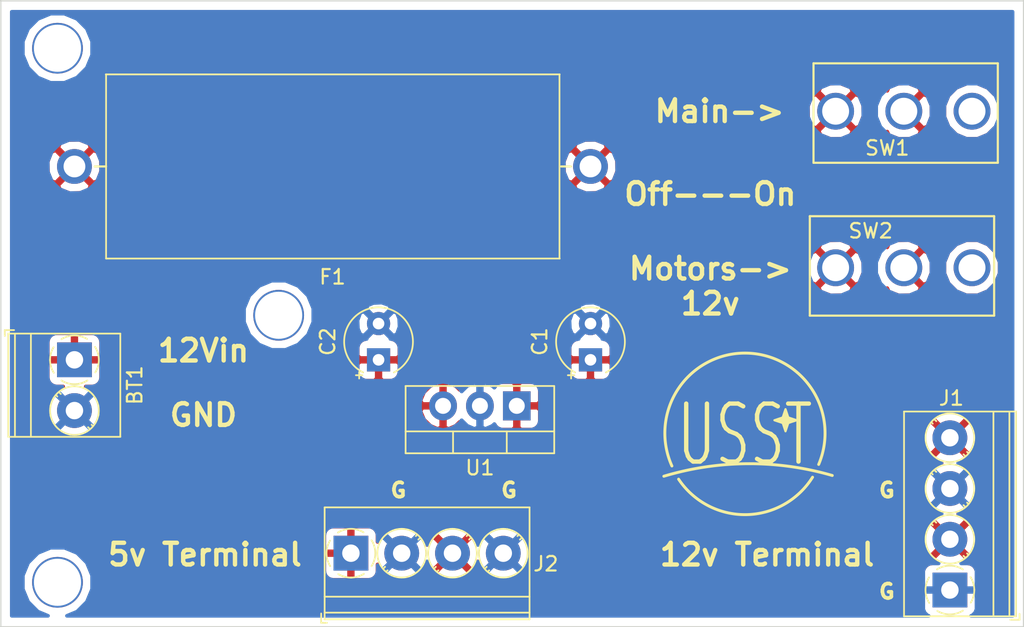
<source format=kicad_pcb>
(kicad_pcb (version 20171130) (host pcbnew "(5.0.0)")

  (general
    (thickness 1.6)
    (drawings 21)
    (tracks 3)
    (zones 0)
    (modules 9)
    (nets 7)
  )

  (page A4)
  (layers
    (0 F.Cu signal hide)
    (31 B.Cu signal)
    (32 B.Adhes user hide)
    (33 F.Adhes user hide)
    (34 B.Paste user hide)
    (35 F.Paste user hide)
    (36 B.SilkS user hide)
    (37 F.SilkS user)
    (38 B.Mask user hide)
    (39 F.Mask user hide)
    (40 Dwgs.User user hide)
    (41 Cmts.User user hide)
    (42 Eco1.User user hide)
    (43 Eco2.User user hide)
    (44 Edge.Cuts user)
    (45 Margin user hide)
    (46 B.CrtYd user hide)
    (47 F.CrtYd user hide)
    (48 B.Fab user hide)
    (49 F.Fab user hide)
  )

  (setup
    (last_trace_width 0.25)
    (trace_clearance 0.2)
    (zone_clearance 0.508)
    (zone_45_only no)
    (trace_min 0.2)
    (segment_width 0.2)
    (edge_width 0.1)
    (via_size 0.8)
    (via_drill 0.4)
    (via_min_size 0.4)
    (via_min_drill 0.3)
    (uvia_size 0.3)
    (uvia_drill 0.1)
    (uvias_allowed no)
    (uvia_min_size 0.2)
    (uvia_min_drill 0.1)
    (pcb_text_width 0.3)
    (pcb_text_size 1.5 1.5)
    (mod_edge_width 0.15)
    (mod_text_size 1 1)
    (mod_text_width 0.15)
    (pad_size 1.5 1.5)
    (pad_drill 0.6)
    (pad_to_mask_clearance 0)
    (aux_axis_origin 0 0)
    (grid_origin 124.5616 118.2116)
    (visible_elements 7FFFFFFF)
    (pcbplotparams
      (layerselection 0x010fc_ffffffff)
      (usegerberextensions false)
      (usegerberattributes false)
      (usegerberadvancedattributes false)
      (creategerberjobfile false)
      (excludeedgelayer true)
      (linewidth 0.100000)
      (plotframeref false)
      (viasonmask false)
      (mode 1)
      (useauxorigin false)
      (hpglpennumber 1)
      (hpglpenspeed 20)
      (hpglpendiameter 15.000000)
      (psnegative false)
      (psa4output false)
      (plotreference true)
      (plotvalue true)
      (plotinvisibletext false)
      (padsonsilk false)
      (subtractmaskfromsilk false)
      (outputformat 1)
      (mirror false)
      (drillshape 0)
      (scaleselection 1)
      (outputdirectory "GERBERS/"))
  )

  (net 0 "")
  (net 1 /12v)
  (net 2 GND)
  (net 3 "Net-(C1-Pad1)")
  (net 4 /5v)
  (net 5 "Net-(F1-Pad2)")
  (net 6 "Net-(J1-Pad2)")

  (net_class Default "This is the default net class."
    (clearance 0.2)
    (trace_width 0.25)
    (via_dia 0.8)
    (via_drill 0.4)
    (uvia_dia 0.3)
    (uvia_drill 0.1)
    (add_net /12v)
    (add_net /5v)
    (add_net GND)
    (add_net "Net-(C1-Pad1)")
    (add_net "Net-(F1-Pad2)")
    (add_net "Net-(J1-Pad2)")
  )

  (module TerminalBlock_Phoenix:TerminalBlock_Phoenix_PT-1,5-2-3.5-H_1x02_P3.50mm_Horizontal (layer F.Cu) (tedit 5B294F3F) (tstamp 5BF0D411)
    (at 53.594 56.261 270)
    (descr "Terminal Block Phoenix PT-1,5-2-3.5-H, 2 pins, pitch 3.5mm, size 7x7.6mm^2, drill diamater 1.2mm, pad diameter 2.4mm, see , script-generated using https://github.com/pointhi/kicad-footprint-generator/scripts/TerminalBlock_Phoenix")
    (tags "THT Terminal Block Phoenix PT-1,5-2-3.5-H pitch 3.5mm size 7x7.6mm^2 drill 1.2mm pad 2.4mm")
    (path /5BC24D4B)
    (fp_text reference BT1 (at 1.75 -4.16 270) (layer F.SilkS)
      (effects (font (size 1 1) (thickness 0.15)))
    )
    (fp_text value Battery (at 1.75 5.56 270) (layer F.Fab)
      (effects (font (size 1 1) (thickness 0.15)))
    )
    (fp_text user %R (at 1.75 2.4 270) (layer F.Fab)
      (effects (font (size 1 1) (thickness 0.15)))
    )
    (fp_line (start 5.75 -3.6) (end -2.25 -3.6) (layer F.CrtYd) (width 0.05))
    (fp_line (start 5.75 5) (end 5.75 -3.6) (layer F.CrtYd) (width 0.05))
    (fp_line (start -2.25 5) (end 5.75 5) (layer F.CrtYd) (width 0.05))
    (fp_line (start -2.25 -3.6) (end -2.25 5) (layer F.CrtYd) (width 0.05))
    (fp_line (start -2.05 4.8) (end -1.65 4.8) (layer F.SilkS) (width 0.12))
    (fp_line (start -2.05 4.16) (end -2.05 4.8) (layer F.SilkS) (width 0.12))
    (fp_line (start 2.355 0.941) (end 2.226 1.069) (layer F.SilkS) (width 0.12))
    (fp_line (start 4.57 -1.275) (end 4.476 -1.181) (layer F.SilkS) (width 0.12))
    (fp_line (start 2.525 1.181) (end 2.431 1.274) (layer F.SilkS) (width 0.12))
    (fp_line (start 4.775 -1.069) (end 4.646 -0.941) (layer F.SilkS) (width 0.12))
    (fp_line (start 4.455 -1.138) (end 2.363 0.955) (layer F.Fab) (width 0.1))
    (fp_line (start 4.638 -0.955) (end 2.546 1.138) (layer F.Fab) (width 0.1))
    (fp_line (start 0.955 -1.138) (end -1.138 0.955) (layer F.Fab) (width 0.1))
    (fp_line (start 1.138 -0.955) (end -0.955 1.138) (layer F.Fab) (width 0.1))
    (fp_line (start 5.31 -3.16) (end 5.31 4.56) (layer F.SilkS) (width 0.12))
    (fp_line (start -1.81 -3.16) (end -1.81 4.56) (layer F.SilkS) (width 0.12))
    (fp_line (start -1.81 4.56) (end 5.31 4.56) (layer F.SilkS) (width 0.12))
    (fp_line (start -1.81 -3.16) (end 5.31 -3.16) (layer F.SilkS) (width 0.12))
    (fp_line (start -1.81 3) (end 5.31 3) (layer F.SilkS) (width 0.12))
    (fp_line (start -1.75 3) (end 5.25 3) (layer F.Fab) (width 0.1))
    (fp_line (start -1.81 4.1) (end 5.31 4.1) (layer F.SilkS) (width 0.12))
    (fp_line (start -1.75 4.1) (end 5.25 4.1) (layer F.Fab) (width 0.1))
    (fp_line (start -1.75 4.1) (end -1.75 -3.1) (layer F.Fab) (width 0.1))
    (fp_line (start -1.35 4.5) (end -1.75 4.1) (layer F.Fab) (width 0.1))
    (fp_line (start 5.25 4.5) (end -1.35 4.5) (layer F.Fab) (width 0.1))
    (fp_line (start 5.25 -3.1) (end 5.25 4.5) (layer F.Fab) (width 0.1))
    (fp_line (start -1.75 -3.1) (end 5.25 -3.1) (layer F.Fab) (width 0.1))
    (fp_circle (center 3.5 0) (end 5.18 0) (layer F.SilkS) (width 0.12))
    (fp_circle (center 3.5 0) (end 5 0) (layer F.Fab) (width 0.1))
    (fp_circle (center 0 0) (end 1.5 0) (layer F.Fab) (width 0.1))
    (fp_arc (start 0 0) (end -0.866 1.44) (angle -32) (layer F.SilkS) (width 0.12))
    (fp_arc (start 0 0) (end -1.44 -0.866) (angle -63) (layer F.SilkS) (width 0.12))
    (fp_arc (start 0 0) (end 0.866 -1.44) (angle -63) (layer F.SilkS) (width 0.12))
    (fp_arc (start 0 0) (end 1.425 0.891) (angle -64) (layer F.SilkS) (width 0.12))
    (fp_arc (start 0 0) (end 0 1.68) (angle -32) (layer F.SilkS) (width 0.12))
    (pad 2 thru_hole circle (at 3.5 0 270) (size 2.4 2.4) (drill 1.2) (layers *.Cu *.Mask)
      (net 2 GND))
    (pad 1 thru_hole rect (at 0 0 270) (size 2.4 2.4) (drill 1.2) (layers *.Cu *.Mask)
      (net 1 /12v))
    (model ${KISYS3DMOD}/TerminalBlock_Phoenix.3dshapes/TerminalBlock_Phoenix_PT-1,5-2-3.5-H_1x02_P3.50mm_Horizontal.wrl
      (at (xyz 0 0 0))
      (scale (xyz 1 1 1))
      (rotate (xyz 0 0 0))
    )
  )

  (module Capacitor_THT:CP_Radial_Tantal_D4.5mm_P2.50mm (layer F.Cu) (tedit 5AE50EF0) (tstamp 5BF0D4A3)
    (at 74.549 56.261 90)
    (descr "CP, Radial_Tantal series, Radial, pin pitch=2.50mm, , diameter=4.5mm, Tantal Electrolytic Capacitor, http://cdn-reichelt.de/documents/datenblatt/B300/TANTAL-TB-Serie%23.pdf")
    (tags "CP Radial_Tantal series Radial pin pitch 2.50mm  diameter 4.5mm Tantal Electrolytic Capacitor")
    (path /5BC25867)
    (fp_text reference C2 (at 1.25 -3.5 90) (layer F.SilkS)
      (effects (font (size 1 1) (thickness 0.15)))
    )
    (fp_text value "u 0.1F" (at 1.25 3.5 90) (layer F.Fab)
      (effects (font (size 1 1) (thickness 0.15)))
    )
    (fp_text user %R (at 1.25 0 90) (layer F.Fab)
      (effects (font (size 0.9 0.9) (thickness 0.135)))
    )
    (fp_line (start -1.062288 -1.56) (end -1.062288 -1.11) (layer F.SilkS) (width 0.12))
    (fp_line (start -1.287288 -1.335) (end -0.837288 -1.335) (layer F.SilkS) (width 0.12))
    (fp_line (start -0.44308 -1.2025) (end -0.44308 -0.7525) (layer F.Fab) (width 0.1))
    (fp_line (start -0.66808 -0.9775) (end -0.21808 -0.9775) (layer F.Fab) (width 0.1))
    (fp_circle (center 1.25 0) (end 3.78 0) (layer F.CrtYd) (width 0.05))
    (fp_circle (center 1.25 0) (end 3.5 0) (layer F.Fab) (width 0.1))
    (fp_arc (start 1.25 0) (end -0.869741 -1.06) (angle 306.864288) (layer F.SilkS) (width 0.12))
    (pad 2 thru_hole circle (at 2.5 0 90) (size 1.6 1.6) (drill 0.8) (layers *.Cu *.Mask)
      (net 2 GND))
    (pad 1 thru_hole rect (at 0 0 90) (size 1.6 1.6) (drill 0.8) (layers *.Cu *.Mask)
      (net 4 /5v))
    (model ${KISYS3DMOD}/Capacitor_THT.3dshapes/CP_Radial_Tantal_D4.5mm_P2.50mm.wrl
      (at (xyz 0 0 0))
      (scale (xyz 1 1 1))
      (rotate (xyz 0 0 0))
    )
  )

  (module "Mini-Rover-Power Distribution:LittleFuseHolder-03540101ZXGY-" (layer F.Cu) (tedit 5BD89D34) (tstamp 5BF0D4C6)
    (at 53.594 42.926)
    (descr "SunFuse Ceramic Slow Blow Fuse 6H_6HP.PDF")
    (tags "UL/CSA 6x32mm Ceramic Slow Blow Fuse")
    (path /5BC2551D)
    (fp_text reference F1 (at 17.78 7.62) (layer F.SilkS)
      (effects (font (size 1 1) (thickness 0.15)))
    )
    (fp_text value "6.3 A" (at 19.05 -5.08) (layer F.Fab)
      (effects (font (size 1 1) (thickness 0.15)))
    )
    (fp_line (start 2.18 6.35) (end 33.44 6.35) (layer F.SilkS) (width 0.12))
    (fp_line (start 33.423 6.35) (end 33.423 -6.35) (layer F.SilkS) (width 0.12))
    (fp_line (start 2.18 -6.35) (end 2.18 6.35) (layer F.SilkS) (width 0.12))
    (fp_line (start 2.159 -6.35) (end 33.44 -6.35) (layer F.SilkS) (width 0.12))
    (fp_line (start -1.5 6.5) (end 38.5 6.5) (layer F.CrtYd) (width 0.05))
    (fp_line (start 38.5 6.5) (end 38.5 -6.5) (layer F.CrtYd) (width 0.05))
    (fp_line (start -1.5 -6.5) (end -1.5 6.5) (layer F.CrtYd) (width 0.05))
    (fp_line (start -1.5 -6.5) (end 38.5 -6.5) (layer F.CrtYd) (width 0.05))
    (fp_line (start 2.25 -3.375) (end 2.25 3.375) (layer F.Fab) (width 0.1))
    (fp_line (start 2.25 -3.429) (end 7 -3.429) (layer F.Fab) (width 0.1))
    (fp_line (start 9.365 3.05) (end 9.365 -3.05) (layer F.Fab) (width 0.1))
    (fp_line (start 2.25 3.375) (end 7 3.375) (layer F.Fab) (width 0.1))
    (fp_text user %R (at 17.78 5.08) (layer F.Fab)
      (effects (font (size 1 1) (thickness 0.15)))
    )
    (fp_line (start 33.353 -3.375) (end 33.353 3.375) (layer F.Fab) (width 0.1))
    (fp_line (start 28.651 -3.375) (end 33.401 -3.375) (layer F.Fab) (width 0.1))
    (fp_line (start 28.651 3.37) (end 33.401 3.375) (layer F.Fab) (width 0.1))
    (fp_line (start 6.35 -3.429) (end 6.35 3.321) (layer F.Fab) (width 0.1))
    (fp_line (start 29.365 -3.375) (end 29.365 3.375) (layer F.Fab) (width 0.1))
    (fp_line (start 26.365 3.05) (end 26.365 -3.05) (layer F.Fab) (width 0.1))
    (fp_line (start 6.365 -3.05) (end 9.365 -3.05) (layer F.Fab) (width 0.1))
    (fp_line (start 6.365 3.05) (end 9.365 3.05) (layer F.Fab) (width 0.1))
    (fp_line (start 26.365 -3.05) (end 29.365 -3.05) (layer F.Fab) (width 0.1))
    (fp_line (start 26.365 3.05) (end 29.365 3.05) (layer F.Fab) (width 0.1))
    (fp_line (start 9.365 -2.5) (end 26.365 -2.5) (layer F.Fab) (width 0.1))
    (fp_line (start 9.365 2.5) (end 26.365 2.5) (layer F.Fab) (width 0.1))
    (fp_line (start 1.4 0) (end 2.18 0) (layer F.SilkS) (width 0.15))
    (fp_line (start 33.528 0) (end 34.208 0) (layer F.SilkS) (width 0.15))
    (fp_line (start 33.528 0) (end 35.778 0) (layer F.Fab) (width 0.1))
    (fp_line (start 0 0) (end 2.25 0) (layer F.Fab) (width 0.1))
    (pad 2 thru_hole circle (at 35.56 0) (size 2.4 2.4) (drill 1.5) (layers *.Cu *.Mask)
      (net 5 "Net-(F1-Pad2)"))
    (pad 1 thru_hole circle (at 0 0) (size 2.4 2.4) (drill 1.5) (layers *.Cu *.Mask)
      (net 1 /12v))
    (model ${KISYS3DMOD}/Fuse.3dshapes/Fuse_SunFuse-6HP.wrl
      (at (xyz 0 0 0))
      (scale (xyz 1 1 1))
      (rotate (xyz 0 0 0))
    )
  )

  (module TerminalBlock_Phoenix:TerminalBlock_Phoenix_PT-1,5-4-3.5-H_1x04_P3.50mm_Horizontal (layer F.Cu) (tedit 5B294F40) (tstamp 5BF0D502)
    (at 113.919 72.136 90)
    (descr "Terminal Block Phoenix PT-1,5-4-3.5-H, 4 pins, pitch 3.5mm, size 14x7.6mm^2, drill diamater 1.2mm, pad diameter 2.4mm, see , script-generated using https://github.com/pointhi/kicad-footprint-generator/scripts/TerminalBlock_Phoenix")
    (tags "THT Terminal Block Phoenix PT-1,5-4-3.5-H pitch 3.5mm size 14x7.6mm^2 drill 1.2mm pad 2.4mm")
    (path /5BD75EB6)
    (fp_text reference J1 (at 13.2334 0.1016 180) (layer F.SilkS)
      (effects (font (size 1 1) (thickness 0.15)))
    )
    (fp_text value Screw_Terminal_01x04 (at 5.25 5.56 90) (layer F.Fab)
      (effects (font (size 1 1) (thickness 0.15)))
    )
    (fp_arc (start 0 0) (end 0 1.68) (angle -32) (layer F.SilkS) (width 0.12))
    (fp_arc (start 0 0) (end 1.425 0.891) (angle -64) (layer F.SilkS) (width 0.12))
    (fp_arc (start 0 0) (end 0.866 -1.44) (angle -63) (layer F.SilkS) (width 0.12))
    (fp_arc (start 0 0) (end -1.44 -0.866) (angle -63) (layer F.SilkS) (width 0.12))
    (fp_arc (start 0 0) (end -0.866 1.44) (angle -32) (layer F.SilkS) (width 0.12))
    (fp_circle (center 0 0) (end 1.5 0) (layer F.Fab) (width 0.1))
    (fp_circle (center 3.5 0) (end 5 0) (layer F.Fab) (width 0.1))
    (fp_circle (center 3.5 0) (end 5.18 0) (layer F.SilkS) (width 0.12))
    (fp_circle (center 7 0) (end 8.5 0) (layer F.Fab) (width 0.1))
    (fp_circle (center 7 0) (end 8.68 0) (layer F.SilkS) (width 0.12))
    (fp_circle (center 10.5 0) (end 12 0) (layer F.Fab) (width 0.1))
    (fp_circle (center 10.5 0) (end 12.18 0) (layer F.SilkS) (width 0.12))
    (fp_line (start -1.75 -3.1) (end 12.25 -3.1) (layer F.Fab) (width 0.1))
    (fp_line (start 12.25 -3.1) (end 12.25 4.5) (layer F.Fab) (width 0.1))
    (fp_line (start 12.25 4.5) (end -1.35 4.5) (layer F.Fab) (width 0.1))
    (fp_line (start -1.35 4.5) (end -1.75 4.1) (layer F.Fab) (width 0.1))
    (fp_line (start -1.75 4.1) (end -1.75 -3.1) (layer F.Fab) (width 0.1))
    (fp_line (start -1.75 4.1) (end 12.25 4.1) (layer F.Fab) (width 0.1))
    (fp_line (start -1.81 4.1) (end 12.31 4.1) (layer F.SilkS) (width 0.12))
    (fp_line (start -1.75 3) (end 12.25 3) (layer F.Fab) (width 0.1))
    (fp_line (start -1.81 3) (end 12.31 3) (layer F.SilkS) (width 0.12))
    (fp_line (start -1.81 -3.16) (end 12.31 -3.16) (layer F.SilkS) (width 0.12))
    (fp_line (start -1.81 4.56) (end 12.31 4.56) (layer F.SilkS) (width 0.12))
    (fp_line (start -1.81 -3.16) (end -1.81 4.56) (layer F.SilkS) (width 0.12))
    (fp_line (start 12.31 -3.16) (end 12.31 4.56) (layer F.SilkS) (width 0.12))
    (fp_line (start 1.138 -0.955) (end -0.955 1.138) (layer F.Fab) (width 0.1))
    (fp_line (start 0.955 -1.138) (end -1.138 0.955) (layer F.Fab) (width 0.1))
    (fp_line (start 4.638 -0.955) (end 2.546 1.138) (layer F.Fab) (width 0.1))
    (fp_line (start 4.455 -1.138) (end 2.363 0.955) (layer F.Fab) (width 0.1))
    (fp_line (start 4.775 -1.069) (end 4.646 -0.941) (layer F.SilkS) (width 0.12))
    (fp_line (start 2.525 1.181) (end 2.431 1.274) (layer F.SilkS) (width 0.12))
    (fp_line (start 4.57 -1.275) (end 4.476 -1.181) (layer F.SilkS) (width 0.12))
    (fp_line (start 2.355 0.941) (end 2.226 1.069) (layer F.SilkS) (width 0.12))
    (fp_line (start 8.138 -0.955) (end 6.046 1.138) (layer F.Fab) (width 0.1))
    (fp_line (start 7.955 -1.138) (end 5.863 0.955) (layer F.Fab) (width 0.1))
    (fp_line (start 8.275 -1.069) (end 8.146 -0.941) (layer F.SilkS) (width 0.12))
    (fp_line (start 6.025 1.181) (end 5.931 1.274) (layer F.SilkS) (width 0.12))
    (fp_line (start 8.07 -1.275) (end 7.976 -1.181) (layer F.SilkS) (width 0.12))
    (fp_line (start 5.855 0.941) (end 5.726 1.069) (layer F.SilkS) (width 0.12))
    (fp_line (start 11.638 -0.955) (end 9.546 1.138) (layer F.Fab) (width 0.1))
    (fp_line (start 11.455 -1.138) (end 9.363 0.955) (layer F.Fab) (width 0.1))
    (fp_line (start 11.775 -1.069) (end 11.646 -0.941) (layer F.SilkS) (width 0.12))
    (fp_line (start 9.525 1.181) (end 9.431 1.274) (layer F.SilkS) (width 0.12))
    (fp_line (start 11.57 -1.275) (end 11.476 -1.181) (layer F.SilkS) (width 0.12))
    (fp_line (start 9.355 0.941) (end 9.226 1.069) (layer F.SilkS) (width 0.12))
    (fp_line (start -2.05 4.16) (end -2.05 4.8) (layer F.SilkS) (width 0.12))
    (fp_line (start -2.05 4.8) (end -1.65 4.8) (layer F.SilkS) (width 0.12))
    (fp_line (start -2.25 -3.6) (end -2.25 5) (layer F.CrtYd) (width 0.05))
    (fp_line (start -2.25 5) (end 12.75 5) (layer F.CrtYd) (width 0.05))
    (fp_line (start 12.75 5) (end 12.75 -3.6) (layer F.CrtYd) (width 0.05))
    (fp_line (start 12.75 -3.6) (end -2.25 -3.6) (layer F.CrtYd) (width 0.05))
    (fp_text user %R (at 0.264999 2.374999 90) (layer F.Fab)
      (effects (font (size 1 1) (thickness 0.15)))
    )
    (pad 1 thru_hole rect (at 0 0 90) (size 2.4 2.4) (drill 1.2) (layers *.Cu *.Mask)
      (net 2 GND))
    (pad 2 thru_hole circle (at 3.5 0 90) (size 2.4 2.4) (drill 1.2) (layers *.Cu *.Mask)
      (net 6 "Net-(J1-Pad2)"))
    (pad 3 thru_hole circle (at 7 0 90) (size 2.4 2.4) (drill 1.2) (layers *.Cu *.Mask)
      (net 2 GND))
    (pad 4 thru_hole circle (at 10.5 0 90) (size 2.4 2.4) (drill 1.2) (layers *.Cu *.Mask)
      (net 6 "Net-(J1-Pad2)"))
    (model ${KISYS3DMOD}/TerminalBlock_Phoenix.3dshapes/TerminalBlock_Phoenix_PT-1,5-4-3.5-H_1x04_P3.50mm_Horizontal.wrl
      (at (xyz 0 0 0))
      (scale (xyz 1 1 1))
      (rotate (xyz 0 0 0))
    )
  )

  (module TerminalBlock_Phoenix:TerminalBlock_Phoenix_PT-1,5-4-3.5-H_1x04_P3.50mm_Horizontal (layer F.Cu) (tedit 5B294F40) (tstamp 5BF0D53E)
    (at 72.644 69.596)
    (descr "Terminal Block Phoenix PT-1,5-4-3.5-H, 4 pins, pitch 3.5mm, size 14x7.6mm^2, drill diamater 1.2mm, pad diameter 2.4mm, see , script-generated using https://github.com/pointhi/kicad-footprint-generator/scripts/TerminalBlock_Phoenix")
    (tags "THT Terminal Block Phoenix PT-1,5-4-3.5-H pitch 3.5mm size 14x7.6mm^2 drill 1.2mm pad 2.4mm")
    (path /5BD75E6C)
    (fp_text reference J2 (at 13.4366 0.7366) (layer F.SilkS)
      (effects (font (size 1 1) (thickness 0.15)))
    )
    (fp_text value Screw_Terminal_01x04 (at 5.25 5.56) (layer F.Fab)
      (effects (font (size 1 1) (thickness 0.15)))
    )
    (fp_text user %R (at 5.25 2.4) (layer F.Fab)
      (effects (font (size 1 1) (thickness 0.15)))
    )
    (fp_line (start 12.75 -3.6) (end -2.25 -3.6) (layer F.CrtYd) (width 0.05))
    (fp_line (start 12.75 5) (end 12.75 -3.6) (layer F.CrtYd) (width 0.05))
    (fp_line (start -2.25 5) (end 12.75 5) (layer F.CrtYd) (width 0.05))
    (fp_line (start -2.25 -3.6) (end -2.25 5) (layer F.CrtYd) (width 0.05))
    (fp_line (start -2.05 4.8) (end -1.65 4.8) (layer F.SilkS) (width 0.12))
    (fp_line (start -2.05 4.16) (end -2.05 4.8) (layer F.SilkS) (width 0.12))
    (fp_line (start 9.355 0.941) (end 9.226 1.069) (layer F.SilkS) (width 0.12))
    (fp_line (start 11.57 -1.275) (end 11.476 -1.181) (layer F.SilkS) (width 0.12))
    (fp_line (start 9.525 1.181) (end 9.431 1.274) (layer F.SilkS) (width 0.12))
    (fp_line (start 11.775 -1.069) (end 11.646 -0.941) (layer F.SilkS) (width 0.12))
    (fp_line (start 11.455 -1.138) (end 9.363 0.955) (layer F.Fab) (width 0.1))
    (fp_line (start 11.638 -0.955) (end 9.546 1.138) (layer F.Fab) (width 0.1))
    (fp_line (start 5.855 0.941) (end 5.726 1.069) (layer F.SilkS) (width 0.12))
    (fp_line (start 8.07 -1.275) (end 7.976 -1.181) (layer F.SilkS) (width 0.12))
    (fp_line (start 6.025 1.181) (end 5.931 1.274) (layer F.SilkS) (width 0.12))
    (fp_line (start 8.275 -1.069) (end 8.146 -0.941) (layer F.SilkS) (width 0.12))
    (fp_line (start 7.955 -1.138) (end 5.863 0.955) (layer F.Fab) (width 0.1))
    (fp_line (start 8.138 -0.955) (end 6.046 1.138) (layer F.Fab) (width 0.1))
    (fp_line (start 2.355 0.941) (end 2.226 1.069) (layer F.SilkS) (width 0.12))
    (fp_line (start 4.57 -1.275) (end 4.476 -1.181) (layer F.SilkS) (width 0.12))
    (fp_line (start 2.525 1.181) (end 2.431 1.274) (layer F.SilkS) (width 0.12))
    (fp_line (start 4.775 -1.069) (end 4.646 -0.941) (layer F.SilkS) (width 0.12))
    (fp_line (start 4.455 -1.138) (end 2.363 0.955) (layer F.Fab) (width 0.1))
    (fp_line (start 4.638 -0.955) (end 2.546 1.138) (layer F.Fab) (width 0.1))
    (fp_line (start 0.955 -1.138) (end -1.138 0.955) (layer F.Fab) (width 0.1))
    (fp_line (start 1.138 -0.955) (end -0.955 1.138) (layer F.Fab) (width 0.1))
    (fp_line (start 12.31 -3.16) (end 12.31 4.56) (layer F.SilkS) (width 0.12))
    (fp_line (start -1.81 -3.16) (end -1.81 4.56) (layer F.SilkS) (width 0.12))
    (fp_line (start -1.81 4.56) (end 12.31 4.56) (layer F.SilkS) (width 0.12))
    (fp_line (start -1.81 -3.16) (end 12.31 -3.16) (layer F.SilkS) (width 0.12))
    (fp_line (start -1.81 3) (end 12.31 3) (layer F.SilkS) (width 0.12))
    (fp_line (start -1.75 3) (end 12.25 3) (layer F.Fab) (width 0.1))
    (fp_line (start -1.81 4.1) (end 12.31 4.1) (layer F.SilkS) (width 0.12))
    (fp_line (start -1.75 4.1) (end 12.25 4.1) (layer F.Fab) (width 0.1))
    (fp_line (start -1.75 4.1) (end -1.75 -3.1) (layer F.Fab) (width 0.1))
    (fp_line (start -1.35 4.5) (end -1.75 4.1) (layer F.Fab) (width 0.1))
    (fp_line (start 12.25 4.5) (end -1.35 4.5) (layer F.Fab) (width 0.1))
    (fp_line (start 12.25 -3.1) (end 12.25 4.5) (layer F.Fab) (width 0.1))
    (fp_line (start -1.75 -3.1) (end 12.25 -3.1) (layer F.Fab) (width 0.1))
    (fp_circle (center 10.5 0) (end 12.18 0) (layer F.SilkS) (width 0.12))
    (fp_circle (center 10.5 0) (end 12 0) (layer F.Fab) (width 0.1))
    (fp_circle (center 7 0) (end 8.68 0) (layer F.SilkS) (width 0.12))
    (fp_circle (center 7 0) (end 8.5 0) (layer F.Fab) (width 0.1))
    (fp_circle (center 3.5 0) (end 5.18 0) (layer F.SilkS) (width 0.12))
    (fp_circle (center 3.5 0) (end 5 0) (layer F.Fab) (width 0.1))
    (fp_circle (center 0 0) (end 1.5 0) (layer F.Fab) (width 0.1))
    (fp_arc (start 0 0) (end -0.866 1.44) (angle -32) (layer F.SilkS) (width 0.12))
    (fp_arc (start 0 0) (end -1.44 -0.866) (angle -63) (layer F.SilkS) (width 0.12))
    (fp_arc (start 0 0) (end 0.866 -1.44) (angle -63) (layer F.SilkS) (width 0.12))
    (fp_arc (start 0 0) (end 1.425 0.891) (angle -64) (layer F.SilkS) (width 0.12))
    (fp_arc (start 0 0) (end 0 1.68) (angle -32) (layer F.SilkS) (width 0.12))
    (pad 4 thru_hole circle (at 10.5 0) (size 2.4 2.4) (drill 1.2) (layers *.Cu *.Mask)
      (net 2 GND))
    (pad 3 thru_hole circle (at 7 0) (size 2.4 2.4) (drill 1.2) (layers *.Cu *.Mask)
      (net 4 /5v))
    (pad 2 thru_hole circle (at 3.5 0) (size 2.4 2.4) (drill 1.2) (layers *.Cu *.Mask)
      (net 2 GND))
    (pad 1 thru_hole rect (at 0 0) (size 2.4 2.4) (drill 1.2) (layers *.Cu *.Mask)
      (net 4 /5v))
    (model ${KISYS3DMOD}/TerminalBlock_Phoenix.3dshapes/TerminalBlock_Phoenix_PT-1,5-4-3.5-H_1x04_P3.50mm_Horizontal.wrl
      (at (xyz 0 0 0))
      (scale (xyz 1 1 1))
      (rotate (xyz 0 0 0))
    )
  )

  (module "Mini-Rover-Power Distribution:Switch_Toggle" (layer F.Cu) (tedit 5BD78406) (tstamp 5BF0D549)
    (at 106.045 39.116)
    (path /5BC2C702)
    (fp_text reference SW1 (at 3.556 2.54) (layer F.SilkS)
      (effects (font (size 1 1) (thickness 0.15)))
    )
    (fp_text value "Toggle Switch" (at 3.81 -5.08) (layer F.Fab)
      (effects (font (size 1 1) (thickness 0.15)))
    )
    (fp_line (start -1.524 3.556) (end 11.176 3.556) (layer F.SilkS) (width 0.15))
    (fp_line (start 11.176 -3.302) (end -1.524 -3.302) (layer F.SilkS) (width 0.15))
    (fp_line (start 11.176 -3.302) (end 11.176 3.556) (layer F.SilkS) (width 0.15))
    (fp_line (start -1.524 -3.302) (end -1.524 3.556) (layer F.SilkS) (width 0.15))
    (pad 1 thru_hole circle (at 0 0) (size 2.54 2.54) (drill 1.8542) (layers *.Cu *.Mask)
      (net 3 "Net-(C1-Pad1)"))
    (pad 2 thru_hole circle (at 4.699 0) (size 2.54 2.54) (drill 1.8542) (layers *.Cu *.Mask)
      (net 5 "Net-(F1-Pad2)"))
    (pad 3 thru_hole circle (at 9.398 0) (size 2.54 2.54) (drill 1.8542) (layers *.Cu *.Mask))
  )

  (module "Mini-Rover-Power Distribution:Switch_Toggle" (layer F.Cu) (tedit 5BD78406) (tstamp 5BF0D554)
    (at 115.443 49.911 180)
    (path /5BD76BDB)
    (fp_text reference SW2 (at 6.985 2.54 180) (layer F.SilkS)
      (effects (font (size 1 1) (thickness 0.15)))
    )
    (fp_text value "Toggle Switch" (at 3.81 -5.08 180) (layer F.Fab)
      (effects (font (size 1 1) (thickness 0.15)))
    )
    (fp_line (start -1.524 -3.302) (end -1.524 3.556) (layer F.SilkS) (width 0.15))
    (fp_line (start 11.176 -3.302) (end 11.176 3.556) (layer F.SilkS) (width 0.15))
    (fp_line (start 11.176 -3.302) (end -1.524 -3.302) (layer F.SilkS) (width 0.15))
    (fp_line (start -1.524 3.556) (end 11.176 3.556) (layer F.SilkS) (width 0.15))
    (pad 3 thru_hole circle (at 9.398 0 180) (size 2.54 2.54) (drill 1.8542) (layers *.Cu *.Mask)
      (net 3 "Net-(C1-Pad1)"))
    (pad 2 thru_hole circle (at 4.699 0 180) (size 2.54 2.54) (drill 1.8542) (layers *.Cu *.Mask)
      (net 6 "Net-(J1-Pad2)"))
    (pad 1 thru_hole circle (at 0 0 180) (size 2.54 2.54) (drill 1.8542) (layers *.Cu *.Mask))
  )

  (module Package_TO_SOT_THT:TO-220-3_Vertical (layer F.Cu) (tedit 5AC8BA0D) (tstamp 5BF0D56E)
    (at 84.074 59.436 180)
    (descr "TO-220-3, Vertical, RM 2.54mm, see https://www.vishay.com/docs/66542/to-220-1.pdf")
    (tags "TO-220-3 Vertical RM 2.54mm")
    (path /5BC256D0)
    (fp_text reference U1 (at 2.54 -4.27 180) (layer F.SilkS)
      (effects (font (size 1 1) (thickness 0.15)))
    )
    (fp_text value LM7805CT/NOPB (at 2.54 2.5 180) (layer F.Fab)
      (effects (font (size 1 1) (thickness 0.15)))
    )
    (fp_text user %R (at 2.54 -4.27 180) (layer F.Fab)
      (effects (font (size 1 1) (thickness 0.15)))
    )
    (fp_line (start 7.79 -3.4) (end -2.71 -3.4) (layer F.CrtYd) (width 0.05))
    (fp_line (start 7.79 1.51) (end 7.79 -3.4) (layer F.CrtYd) (width 0.05))
    (fp_line (start -2.71 1.51) (end 7.79 1.51) (layer F.CrtYd) (width 0.05))
    (fp_line (start -2.71 -3.4) (end -2.71 1.51) (layer F.CrtYd) (width 0.05))
    (fp_line (start 4.391 -3.27) (end 4.391 -1.76) (layer F.SilkS) (width 0.12))
    (fp_line (start 0.69 -3.27) (end 0.69 -1.76) (layer F.SilkS) (width 0.12))
    (fp_line (start -2.58 -1.76) (end 7.66 -1.76) (layer F.SilkS) (width 0.12))
    (fp_line (start 7.66 -3.27) (end 7.66 1.371) (layer F.SilkS) (width 0.12))
    (fp_line (start -2.58 -3.27) (end -2.58 1.371) (layer F.SilkS) (width 0.12))
    (fp_line (start -2.58 1.371) (end 7.66 1.371) (layer F.SilkS) (width 0.12))
    (fp_line (start -2.58 -3.27) (end 7.66 -3.27) (layer F.SilkS) (width 0.12))
    (fp_line (start 4.39 -3.15) (end 4.39 -1.88) (layer F.Fab) (width 0.1))
    (fp_line (start 0.69 -3.15) (end 0.69 -1.88) (layer F.Fab) (width 0.1))
    (fp_line (start -2.46 -1.88) (end 7.54 -1.88) (layer F.Fab) (width 0.1))
    (fp_line (start 7.54 -3.15) (end -2.46 -3.15) (layer F.Fab) (width 0.1))
    (fp_line (start 7.54 1.25) (end 7.54 -3.15) (layer F.Fab) (width 0.1))
    (fp_line (start -2.46 1.25) (end 7.54 1.25) (layer F.Fab) (width 0.1))
    (fp_line (start -2.46 -3.15) (end -2.46 1.25) (layer F.Fab) (width 0.1))
    (pad 3 thru_hole oval (at 5.08 0 180) (size 1.905 2) (drill 1.1) (layers *.Cu *.Mask)
      (net 4 /5v))
    (pad 2 thru_hole oval (at 2.54 0 180) (size 1.905 2) (drill 1.1) (layers *.Cu *.Mask)
      (net 2 GND))
    (pad 1 thru_hole rect (at 0 0 180) (size 1.905 2) (drill 1.1) (layers *.Cu *.Mask)
      (net 3 "Net-(C1-Pad1)"))
    (model ${KISYS3DMOD}/Package_TO_SOT_THT.3dshapes/TO-220-3_Vertical.wrl
      (at (xyz 0 0 0))
      (scale (xyz 1 1 1))
      (rotate (xyz 0 0 0))
    )
  )

  (module Capacitor_THT:CP_Radial_Tantal_D4.5mm_P2.50mm (layer F.Cu) (tedit 5AE50EF0) (tstamp 5BFCEA98)
    (at 89.154 56.261 90)
    (descr "CP, Radial_Tantal series, Radial, pin pitch=2.50mm, , diameter=4.5mm, Tantal Electrolytic Capacitor, http://cdn-reichelt.de/documents/datenblatt/B300/TANTAL-TB-Serie%23.pdf")
    (tags "CP Radial_Tantal series Radial pin pitch 2.50mm  diameter 4.5mm Tantal Electrolytic Capacitor")
    (path /5BC257D5)
    (fp_text reference C1 (at 1.25 -3.5 90) (layer F.SilkS)
      (effects (font (size 1 1) (thickness 0.15)))
    )
    (fp_text value "u 0.22F" (at 1.25 3.5 90) (layer F.Fab)
      (effects (font (size 1 1) (thickness 0.15)))
    )
    (fp_arc (start 1.25 0) (end -0.869741 -1.06) (angle 306.864288) (layer F.SilkS) (width 0.12))
    (fp_circle (center 1.25 0) (end 3.5 0) (layer F.Fab) (width 0.1))
    (fp_circle (center 1.25 0) (end 3.78 0) (layer F.CrtYd) (width 0.05))
    (fp_line (start -0.66808 -0.9775) (end -0.21808 -0.9775) (layer F.Fab) (width 0.1))
    (fp_line (start -0.44308 -1.2025) (end -0.44308 -0.7525) (layer F.Fab) (width 0.1))
    (fp_line (start -1.287288 -1.335) (end -0.837288 -1.335) (layer F.SilkS) (width 0.12))
    (fp_line (start -1.062288 -1.56) (end -1.062288 -1.11) (layer F.SilkS) (width 0.12))
    (fp_text user %R (at 1.25 0 90) (layer F.Fab)
      (effects (font (size 0.9 0.9) (thickness 0.135)))
    )
    (pad 1 thru_hole rect (at 0 0 90) (size 1.6 1.6) (drill 0.8) (layers *.Cu *.Mask)
      (net 3 "Net-(C1-Pad1)"))
    (pad 2 thru_hole circle (at 2.5 0 90) (size 1.6 1.6) (drill 0.8) (layers *.Cu *.Mask)
      (net 2 GND))
    (model ${KISYS3DMOD}/Capacitor_THT.3dshapes/CP_Radial_Tantal_D4.5mm_P2.50mm.wrl
      (at (xyz 0 0 0))
      (scale (xyz 1 1 1))
      (rotate (xyz 0 0 0))
    )
  )

  (gr_text G (at 75.9206 65.2526) (layer F.SilkS) (tstamp 5BD8BBE4)
    (effects (font (size 1 1) (thickness 0.25)))
  )
  (gr_text G (at 83.5406 65.2526) (layer F.SilkS) (tstamp 5BD8BBE4)
    (effects (font (size 1 1) (thickness 0.25)))
  )
  (gr_text G (at 109.5756 72.2376) (layer F.SilkS) (tstamp 5BD8BBE4)
    (effects (font (size 1 1) (thickness 0.25)))
  )
  (gr_text G (at 109.5756 65.2526) (layer F.SilkS)
    (effects (font (size 1 1) (thickness 0.25)))
  )
  (gr_poly (pts (xy 103.3526 60.4266) (xy 102.5906 60.1726) (xy 101.8286 60.4266) (xy 102.5906 60.6806)) (layer F.SilkS) (width 0.15))
  (gr_poly (pts (xy 102.5906 59.6646) (xy 102.3366 60.4266) (xy 102.5906 61.1886) (xy 102.8446 60.4266)) (layer F.SilkS) (width 0.15))
  (gr_arc (start 99.796599 61.4426) (end 95.2246 64.490599) (angle -114.3045493) (layer F.SilkS) (width 0.2))
  (gr_arc (start 99.7966 61.3156) (end 104.876599 63.474599) (angle -227.2532373) (layer F.SilkS) (width 0.2))
  (gr_arc (start 100.098604 83.921599) (end 105.813603 64.2366) (angle -32.88845049) (layer F.SilkS) (width 0.2))
  (gr_text USST (at 99.7966 61.4426) (layer F.SilkS)
    (effects (font (size 4 2.5) (thickness 0.3)))
  )
  (gr_line (start 118.999 31.496) (end 118.999 74.676) (layer Edge.Cuts) (width 0.1))
  (gr_line (start 48.514 31.496) (end 118.999 31.496) (layer Edge.Cuts) (width 0.1))
  (gr_line (start 48.514 74.676) (end 48.514 31.496) (layer Edge.Cuts) (width 0.1))
  (gr_line (start 118.999 74.676) (end 48.514 74.676) (layer Edge.Cuts) (width 0.1))
  (gr_text Off---On (at 97.409 44.831) (layer F.SilkS)
    (effects (font (size 1.5 1.5) (thickness 0.3)))
  )
  (gr_text GND (at 62.484 60.071) (layer F.SilkS)
    (effects (font (size 1.5 1.5) (thickness 0.3)))
  )
  (gr_text 12Vin (at 62.484 55.626) (layer F.SilkS)
    (effects (font (size 1.5 1.5) (thickness 0.3)))
  )
  (gr_text "12v Terminal" (at 101.3206 69.6976) (layer F.SilkS)
    (effects (font (size 1.5 1.5) (thickness 0.3)))
  )
  (gr_text "5v Terminal" (at 62.5856 69.6976) (layer F.SilkS)
    (effects (font (size 1.5 1.5) (thickness 0.3)))
  )
  (gr_text "Motors->\n12v" (at 97.409 51.181) (layer F.SilkS)
    (effects (font (size 1.5 1.5) (thickness 0.3)))
  )
  (gr_text Main-> (at 98.044 39.116) (layer F.SilkS)
    (effects (font (size 1.5 1.5) (thickness 0.3)))
  )

  (via (at 52.4256 71.6026) (size 3.5) (drill 3.25) (layers F.Cu B.Cu) (net 0))
  (via (at 52.4256 34.7726) (size 3.5) (drill 3.25) (layers F.Cu B.Cu) (net 0) (tstamp 5BD8B972))
  (via (at 67.6656 53.1876) (size 3.5) (drill 3.25) (layers F.Cu B.Cu) (net 0) (tstamp 5BD8B972))

  (zone (net 5) (net_name "Net-(F1-Pad2)") (layer F.Cu) (tstamp 5BD91E82) (hatch edge 0.508)
    (connect_pads (clearance 0.508))
    (min_thickness 0.254)
    (fill yes (arc_segments 16) (thermal_gap 0.508) (thermal_bridge_width 0.508))
    (polygon
      (pts
        (xy 109.474 41.656) (xy 113.919 41.656) (xy 117.094 41.656) (xy 117.094 32.766) (xy 85.344 32.766)
        (xy 85.344 46.736) (xy 96.139 46.736) (xy 96.139 34.671) (xy 109.474 34.671)
      )
    )
    (filled_polygon
      (pts
        (xy 116.967 37.945923) (xy 116.522096 37.501019) (xy 115.821928 37.211) (xy 115.064072 37.211) (xy 114.363904 37.501019)
        (xy 113.828019 38.036904) (xy 113.538 38.737072) (xy 113.538 39.494928) (xy 113.828019 40.195096) (xy 114.363904 40.730981)
        (xy 115.064072 41.021) (xy 115.821928 41.021) (xy 116.522096 40.730981) (xy 116.967 40.286077) (xy 116.967 41.529)
        (xy 109.601 41.529) (xy 109.601 40.520141) (xy 109.70752 40.758657) (xy 110.415036 41.030261) (xy 111.172632 41.010436)
        (xy 111.78048 40.758657) (xy 111.912172 40.463777) (xy 110.744 39.295605) (xy 110.729858 39.309748) (xy 110.550253 39.130143)
        (xy 110.564395 39.116) (xy 110.923605 39.116) (xy 112.091777 40.284172) (xy 112.386657 40.15248) (xy 112.658261 39.444964)
        (xy 112.638436 38.687368) (xy 112.386657 38.07952) (xy 112.091777 37.947828) (xy 110.923605 39.116) (xy 110.564395 39.116)
        (xy 110.550253 39.101858) (xy 110.729858 38.922253) (xy 110.744 38.936395) (xy 111.912172 37.768223) (xy 111.78048 37.473343)
        (xy 111.072964 37.201739) (xy 110.315368 37.221564) (xy 109.70752 37.473343) (xy 109.601 37.711859) (xy 109.601 34.671)
        (xy 109.591333 34.622399) (xy 109.563803 34.581197) (xy 109.522601 34.553667) (xy 109.474 34.544) (xy 96.139 34.544)
        (xy 96.090399 34.553667) (xy 96.049197 34.581197) (xy 96.021667 34.622399) (xy 96.012 34.671) (xy 96.012 46.609)
        (xy 85.471 46.609) (xy 85.471 44.223175) (xy 88.03643 44.223175) (xy 88.159565 44.510788) (xy 88.841734 44.770707)
        (xy 89.571443 44.749786) (xy 90.148435 44.510788) (xy 90.27157 44.223175) (xy 89.154 43.105605) (xy 88.03643 44.223175)
        (xy 85.471 44.223175) (xy 85.471 42.613734) (xy 87.309293 42.613734) (xy 87.330214 43.343443) (xy 87.569212 43.920435)
        (xy 87.856825 44.04357) (xy 88.974395 42.926) (xy 89.333605 42.926) (xy 90.451175 44.04357) (xy 90.738788 43.920435)
        (xy 90.998707 43.238266) (xy 90.977786 42.508557) (xy 90.738788 41.931565) (xy 90.451175 41.80843) (xy 89.333605 42.926)
        (xy 88.974395 42.926) (xy 87.856825 41.80843) (xy 87.569212 41.931565) (xy 87.309293 42.613734) (xy 85.471 42.613734)
        (xy 85.471 41.628825) (xy 88.03643 41.628825) (xy 89.154 42.746395) (xy 90.27157 41.628825) (xy 90.148435 41.341212)
        (xy 89.466266 41.081293) (xy 88.736557 41.102214) (xy 88.159565 41.341212) (xy 88.03643 41.628825) (xy 85.471 41.628825)
        (xy 85.471 32.893) (xy 116.967 32.893)
      )
    )
  )
  (zone (net 3) (net_name "Net-(C1-Pad1)") (layer F.Cu) (tstamp 5BD91E7F) (hatch edge 0.508)
    (connect_pads (clearance 0.508))
    (min_thickness 0.254)
    (fill yes (arc_segments 16) (thermal_gap 0.508) (thermal_bridge_width 0.508))
    (polygon
      (pts
        (xy 108.204 36.576) (xy 108.204 55.626) (xy 98.044 55.626) (xy 98.044 63.246) (xy 82.169 63.246)
        (xy 82.169 54.356) (xy 93.599 54.356) (xy 93.599 49.911) (xy 103.124 49.911) (xy 103.124 36.576)
      )
    )
    (filled_polygon
      (pts
        (xy 108.077 55.499) (xy 98.044 55.499) (xy 97.995399 55.508667) (xy 97.954197 55.536197) (xy 97.926667 55.577399)
        (xy 97.917 55.626) (xy 97.917 63.119) (xy 82.296 63.119) (xy 82.296 60.883616) (xy 82.549444 60.71427)
        (xy 82.583173 60.795699) (xy 82.761802 60.974327) (xy 82.995191 61.071) (xy 83.78825 61.071) (xy 83.947 60.91225)
        (xy 83.947 59.563) (xy 84.201 59.563) (xy 84.201 60.91225) (xy 84.35975 61.071) (xy 85.152809 61.071)
        (xy 85.386198 60.974327) (xy 85.564827 60.795699) (xy 85.6615 60.56231) (xy 85.6615 59.72175) (xy 85.50275 59.563)
        (xy 84.201 59.563) (xy 83.947 59.563) (xy 83.927 59.563) (xy 83.927 59.309) (xy 83.947 59.309)
        (xy 83.947 57.95975) (xy 84.201 57.95975) (xy 84.201 59.309) (xy 85.50275 59.309) (xy 85.6615 59.15025)
        (xy 85.6615 58.30969) (xy 85.564827 58.076301) (xy 85.386198 57.897673) (xy 85.152809 57.801) (xy 84.35975 57.801)
        (xy 84.201 57.95975) (xy 83.947 57.95975) (xy 83.78825 57.801) (xy 82.995191 57.801) (xy 82.761802 57.897673)
        (xy 82.583173 58.076301) (xy 82.549444 58.157729) (xy 82.296 57.988384) (xy 82.296 56.54675) (xy 87.719 56.54675)
        (xy 87.719 57.187309) (xy 87.815673 57.420698) (xy 87.994301 57.599327) (xy 88.22769 57.696) (xy 88.86825 57.696)
        (xy 89.027 57.53725) (xy 89.027 56.388) (xy 89.281 56.388) (xy 89.281 57.53725) (xy 89.43975 57.696)
        (xy 90.08031 57.696) (xy 90.313699 57.599327) (xy 90.492327 57.420698) (xy 90.589 57.187309) (xy 90.589 56.54675)
        (xy 90.43025 56.388) (xy 89.281 56.388) (xy 89.027 56.388) (xy 87.87775 56.388) (xy 87.719 56.54675)
        (xy 82.296 56.54675) (xy 82.296 54.483) (xy 87.89983 54.483) (xy 87.937466 54.573862) (xy 88.200759 54.837155)
        (xy 87.994301 54.922673) (xy 87.815673 55.101302) (xy 87.719 55.334691) (xy 87.719 55.97525) (xy 87.87775 56.134)
        (xy 89.027 56.134) (xy 89.027 56.114) (xy 89.281 56.114) (xy 89.281 56.134) (xy 90.43025 56.134)
        (xy 90.589 55.97525) (xy 90.589 55.334691) (xy 90.492327 55.101302) (xy 90.313699 54.922673) (xy 90.107241 54.837155)
        (xy 90.370534 54.573862) (xy 90.40817 54.483) (xy 93.599 54.483) (xy 93.647601 54.473333) (xy 93.688803 54.445803)
        (xy 93.716333 54.404601) (xy 93.726 54.356) (xy 93.726 51.258777) (xy 104.876828 51.258777) (xy 105.00852 51.553657)
        (xy 105.716036 51.825261) (xy 106.473632 51.805436) (xy 107.08148 51.553657) (xy 107.213172 51.258777) (xy 106.045 50.090605)
        (xy 104.876828 51.258777) (xy 93.726 51.258777) (xy 93.726 50.038) (xy 103.124 50.038) (xy 103.172601 50.028333)
        (xy 103.213803 50.000803) (xy 103.241333 49.959601) (xy 103.251 49.911) (xy 103.251 49.582036) (xy 104.130739 49.582036)
        (xy 104.150564 50.339632) (xy 104.402343 50.94748) (xy 104.697223 51.079172) (xy 105.865395 49.911) (xy 106.224605 49.911)
        (xy 107.392777 51.079172) (xy 107.687657 50.94748) (xy 107.959261 50.239964) (xy 107.939436 49.482368) (xy 107.687657 48.87452)
        (xy 107.392777 48.742828) (xy 106.224605 49.911) (xy 105.865395 49.911) (xy 104.697223 48.742828) (xy 104.402343 48.87452)
        (xy 104.130739 49.582036) (xy 103.251 49.582036) (xy 103.251 48.563223) (xy 104.876828 48.563223) (xy 106.045 49.731395)
        (xy 107.213172 48.563223) (xy 107.08148 48.268343) (xy 106.373964 47.996739) (xy 105.616368 48.016564) (xy 105.00852 48.268343)
        (xy 104.876828 48.563223) (xy 103.251 48.563223) (xy 103.251 40.463777) (xy 104.876828 40.463777) (xy 105.00852 40.758657)
        (xy 105.716036 41.030261) (xy 106.473632 41.010436) (xy 107.08148 40.758657) (xy 107.213172 40.463777) (xy 106.045 39.295605)
        (xy 104.876828 40.463777) (xy 103.251 40.463777) (xy 103.251 38.787036) (xy 104.130739 38.787036) (xy 104.150564 39.544632)
        (xy 104.402343 40.15248) (xy 104.697223 40.284172) (xy 105.865395 39.116) (xy 106.224605 39.116) (xy 107.392777 40.284172)
        (xy 107.687657 40.15248) (xy 107.959261 39.444964) (xy 107.939436 38.687368) (xy 107.687657 38.07952) (xy 107.392777 37.947828)
        (xy 106.224605 39.116) (xy 105.865395 39.116) (xy 104.697223 37.947828) (xy 104.402343 38.07952) (xy 104.130739 38.787036)
        (xy 103.251 38.787036) (xy 103.251 37.768223) (xy 104.876828 37.768223) (xy 106.045 38.936395) (xy 107.213172 37.768223)
        (xy 107.08148 37.473343) (xy 106.373964 37.201739) (xy 105.616368 37.221564) (xy 105.00852 37.473343) (xy 104.876828 37.768223)
        (xy 103.251 37.768223) (xy 103.251 36.703) (xy 108.077 36.703)
      )
    )
  )
  (zone (net 6) (net_name "Net-(J1-Pad2)") (layer F.Cu) (tstamp 5BD91E7C) (hatch edge 0.508)
    (connect_pads (clearance 0.508))
    (min_thickness 0.254)
    (fill yes (arc_segments 16) (thermal_gap 0.508) (thermal_bridge_width 0.508))
    (polygon
      (pts
        (xy 109.474 47.371) (xy 117.729 47.371) (xy 117.729 70.866) (xy 109.474 70.866)
      )
    )
    (filled_polygon
      (pts
        (xy 117.602 70.739) (xy 115.727255 70.739) (xy 115.717157 70.688235) (xy 115.576809 70.478191) (xy 115.366765 70.337843)
        (xy 115.119 70.28856) (xy 114.749819 70.28856) (xy 114.913435 70.220788) (xy 115.03657 69.933175) (xy 113.919 68.815605)
        (xy 112.80143 69.933175) (xy 112.924565 70.220788) (xy 113.102436 70.28856) (xy 112.719 70.28856) (xy 112.471235 70.337843)
        (xy 112.261191 70.478191) (xy 112.120843 70.688235) (xy 112.110745 70.739) (xy 109.601 70.739) (xy 109.601 68.323734)
        (xy 112.074293 68.323734) (xy 112.095214 69.053443) (xy 112.334212 69.630435) (xy 112.621825 69.75357) (xy 113.739395 68.636)
        (xy 114.098605 68.636) (xy 115.216175 69.75357) (xy 115.503788 69.630435) (xy 115.763707 68.948266) (xy 115.742786 68.218557)
        (xy 115.503788 67.641565) (xy 115.216175 67.51843) (xy 114.098605 68.636) (xy 113.739395 68.636) (xy 112.621825 67.51843)
        (xy 112.334212 67.641565) (xy 112.074293 68.323734) (xy 109.601 68.323734) (xy 109.601 64.770996) (xy 112.084 64.770996)
        (xy 112.084 65.501004) (xy 112.363362 66.175444) (xy 112.879556 66.691638) (xy 113.336105 66.880747) (xy 112.924565 67.051212)
        (xy 112.80143 67.338825) (xy 113.919 68.456395) (xy 115.03657 67.338825) (xy 114.913435 67.051212) (xy 114.484716 66.887862)
        (xy 114.958444 66.691638) (xy 115.474638 66.175444) (xy 115.754 65.501004) (xy 115.754 64.770996) (xy 115.474638 64.096556)
        (xy 114.958444 63.580362) (xy 114.501895 63.391253) (xy 114.913435 63.220788) (xy 115.03657 62.933175) (xy 113.919 61.815605)
        (xy 112.80143 62.933175) (xy 112.924565 63.220788) (xy 113.353284 63.384138) (xy 112.879556 63.580362) (xy 112.363362 64.096556)
        (xy 112.084 64.770996) (xy 109.601 64.770996) (xy 109.601 61.323734) (xy 112.074293 61.323734) (xy 112.095214 62.053443)
        (xy 112.334212 62.630435) (xy 112.621825 62.75357) (xy 113.739395 61.636) (xy 114.098605 61.636) (xy 115.216175 62.75357)
        (xy 115.503788 62.630435) (xy 115.763707 61.948266) (xy 115.742786 61.218557) (xy 115.503788 60.641565) (xy 115.216175 60.51843)
        (xy 114.098605 61.636) (xy 113.739395 61.636) (xy 112.621825 60.51843) (xy 112.334212 60.641565) (xy 112.074293 61.323734)
        (xy 109.601 61.323734) (xy 109.601 60.338825) (xy 112.80143 60.338825) (xy 113.919 61.456395) (xy 115.03657 60.338825)
        (xy 114.913435 60.051212) (xy 114.231266 59.791293) (xy 113.501557 59.812214) (xy 112.924565 60.051212) (xy 112.80143 60.338825)
        (xy 109.601 60.338825) (xy 109.601 51.315141) (xy 109.70752 51.553657) (xy 110.415036 51.825261) (xy 111.172632 51.805436)
        (xy 111.78048 51.553657) (xy 111.912172 51.258777) (xy 110.744 50.090605) (xy 110.729858 50.104748) (xy 110.550253 49.925143)
        (xy 110.564395 49.911) (xy 110.923605 49.911) (xy 112.091777 51.079172) (xy 112.386657 50.94748) (xy 112.658261 50.239964)
        (xy 112.639737 49.532072) (xy 113.538 49.532072) (xy 113.538 50.289928) (xy 113.828019 50.990096) (xy 114.363904 51.525981)
        (xy 115.064072 51.816) (xy 115.821928 51.816) (xy 116.522096 51.525981) (xy 117.057981 50.990096) (xy 117.348 50.289928)
        (xy 117.348 49.532072) (xy 117.057981 48.831904) (xy 116.522096 48.296019) (xy 115.821928 48.006) (xy 115.064072 48.006)
        (xy 114.363904 48.296019) (xy 113.828019 48.831904) (xy 113.538 49.532072) (xy 112.639737 49.532072) (xy 112.638436 49.482368)
        (xy 112.386657 48.87452) (xy 112.091777 48.742828) (xy 110.923605 49.911) (xy 110.564395 49.911) (xy 110.550253 49.896858)
        (xy 110.729858 49.717253) (xy 110.744 49.731395) (xy 111.912172 48.563223) (xy 111.78048 48.268343) (xy 111.072964 47.996739)
        (xy 110.315368 48.016564) (xy 109.70752 48.268343) (xy 109.601 48.506859) (xy 109.601 47.498) (xy 117.602 47.498)
      )
    )
  )
  (zone (net 4) (net_name /5v) (layer F.Cu) (tstamp 5BD91E79) (hatch edge 0.508)
    (connect_pads (clearance 0.508))
    (min_thickness 0.254)
    (fill yes (arc_segments 16) (thermal_gap 0.508) (thermal_bridge_width 0.508))
    (polygon
      (pts
        (xy 81.534 72.136) (xy 70.104 72.136) (xy 70.104 54.356) (xy 80.264 54.356) (xy 80.264 65.151)
        (xy 81.534 65.151)
      )
    )
    (filled_polygon
      (pts
        (xy 73.332466 54.573862) (xy 73.595759 54.837155) (xy 73.389301 54.922673) (xy 73.210673 55.101302) (xy 73.114 55.334691)
        (xy 73.114 55.97525) (xy 73.27275 56.134) (xy 74.422 56.134) (xy 74.422 56.114) (xy 74.676 56.114)
        (xy 74.676 56.134) (xy 75.82525 56.134) (xy 75.984 55.97525) (xy 75.984 55.334691) (xy 75.887327 55.101302)
        (xy 75.708699 54.922673) (xy 75.502241 54.837155) (xy 75.765534 54.573862) (xy 75.80317 54.483) (xy 80.137 54.483)
        (xy 80.137 58.330167) (xy 79.860924 58.060027) (xy 79.36698 57.845437) (xy 79.121 57.965406) (xy 79.121 59.309)
        (xy 79.141 59.309) (xy 79.141 59.563) (xy 79.121 59.563) (xy 79.121 60.906594) (xy 79.36698 61.026563)
        (xy 79.860924 60.811973) (xy 80.137 60.541833) (xy 80.137 65.151) (xy 80.146667 65.199601) (xy 80.174197 65.240803)
        (xy 80.215399 65.268333) (xy 80.264 65.278) (xy 81.407 65.278) (xy 81.407 68.994402) (xy 81.399253 69.013105)
        (xy 81.228788 68.601565) (xy 80.941175 68.47843) (xy 79.823605 69.596) (xy 80.941175 70.71357) (xy 81.228788 70.590435)
        (xy 81.392138 70.161716) (xy 81.407 70.197596) (xy 81.407 72.009) (xy 70.231 72.009) (xy 70.231 69.88175)
        (xy 70.809 69.88175) (xy 70.809 70.92231) (xy 70.905673 71.155699) (xy 71.084302 71.334327) (xy 71.317691 71.431)
        (xy 72.35825 71.431) (xy 72.517 71.27225) (xy 72.517 69.723) (xy 70.96775 69.723) (xy 70.809 69.88175)
        (xy 70.231 69.88175) (xy 70.231 68.26969) (xy 70.809 68.26969) (xy 70.809 69.31025) (xy 70.96775 69.469)
        (xy 72.517 69.469) (xy 72.517 67.91975) (xy 72.771 67.91975) (xy 72.771 69.469) (xy 72.791 69.469)
        (xy 72.791 69.723) (xy 72.771 69.723) (xy 72.771 71.27225) (xy 72.92975 71.431) (xy 73.970309 71.431)
        (xy 74.203698 71.334327) (xy 74.382327 71.155699) (xy 74.479 70.92231) (xy 74.479 70.371421) (xy 74.588362 70.635444)
        (xy 75.104556 71.151638) (xy 75.778996 71.431) (xy 76.509004 71.431) (xy 77.183444 71.151638) (xy 77.441907 70.893175)
        (xy 78.52643 70.893175) (xy 78.649565 71.180788) (xy 79.331734 71.440707) (xy 80.061443 71.419786) (xy 80.638435 71.180788)
        (xy 80.76157 70.893175) (xy 79.644 69.775605) (xy 78.52643 70.893175) (xy 77.441907 70.893175) (xy 77.699638 70.635444)
        (xy 77.888747 70.178895) (xy 78.059212 70.590435) (xy 78.346825 70.71357) (xy 79.464395 69.596) (xy 78.346825 68.47843)
        (xy 78.059212 68.601565) (xy 77.895862 69.030284) (xy 77.699638 68.556556) (xy 77.441907 68.298825) (xy 78.52643 68.298825)
        (xy 79.644 69.416395) (xy 80.76157 68.298825) (xy 80.638435 68.011212) (xy 79.956266 67.751293) (xy 79.226557 67.772214)
        (xy 78.649565 68.011212) (xy 78.52643 68.298825) (xy 77.441907 68.298825) (xy 77.183444 68.040362) (xy 76.509004 67.761)
        (xy 75.778996 67.761) (xy 75.104556 68.040362) (xy 74.588362 68.556556) (xy 74.479 68.820579) (xy 74.479 68.26969)
        (xy 74.382327 68.036301) (xy 74.203698 67.857673) (xy 73.970309 67.761) (xy 72.92975 67.761) (xy 72.771 67.91975)
        (xy 72.517 67.91975) (xy 72.35825 67.761) (xy 71.317691 67.761) (xy 71.084302 67.857673) (xy 70.905673 68.036301)
        (xy 70.809 68.26969) (xy 70.231 68.26969) (xy 70.231 59.809864) (xy 77.44162 59.809864) (xy 77.684682 60.379091)
        (xy 78.127076 60.811973) (xy 78.62102 61.026563) (xy 78.867 60.906594) (xy 78.867 59.563) (xy 77.568428 59.563)
        (xy 77.44162 59.809864) (xy 70.231 59.809864) (xy 70.231 59.062136) (xy 77.44162 59.062136) (xy 77.568428 59.309)
        (xy 78.867 59.309) (xy 78.867 57.965406) (xy 78.62102 57.845437) (xy 78.127076 58.060027) (xy 77.684682 58.492909)
        (xy 77.44162 59.062136) (xy 70.231 59.062136) (xy 70.231 56.54675) (xy 73.114 56.54675) (xy 73.114 57.187309)
        (xy 73.210673 57.420698) (xy 73.389301 57.599327) (xy 73.62269 57.696) (xy 74.26325 57.696) (xy 74.422 57.53725)
        (xy 74.422 56.388) (xy 74.676 56.388) (xy 74.676 57.53725) (xy 74.83475 57.696) (xy 75.47531 57.696)
        (xy 75.708699 57.599327) (xy 75.887327 57.420698) (xy 75.984 57.187309) (xy 75.984 56.54675) (xy 75.82525 56.388)
        (xy 74.676 56.388) (xy 74.422 56.388) (xy 73.27275 56.388) (xy 73.114 56.54675) (xy 70.231 56.54675)
        (xy 70.231 54.483) (xy 73.29483 54.483)
      )
    )
  )
  (zone (net 1) (net_name /12v) (layer F.Cu) (tstamp 5BD91E76) (hatch edge 0.508)
    (connect_pads (clearance 0.508))
    (min_thickness 0.254)
    (fill yes (arc_segments 16) (thermal_gap 0.508) (thermal_bridge_width 0.508))
    (polygon
      (pts
        (xy 50.419 58.801) (xy 57.404 58.801) (xy 57.404 39.751) (xy 50.419 39.751)
      )
    )
    (filled_polygon
      (pts
        (xy 57.277 58.674) (xy 55.102082 58.674) (xy 54.633444 58.205362) (xy 54.369421 58.096) (xy 54.92031 58.096)
        (xy 55.153699 57.999327) (xy 55.332327 57.820698) (xy 55.429 57.587309) (xy 55.429 56.54675) (xy 55.27025 56.388)
        (xy 53.721 56.388) (xy 53.721 56.408) (xy 53.467 56.408) (xy 53.467 56.388) (xy 51.91775 56.388)
        (xy 51.759 56.54675) (xy 51.759 57.587309) (xy 51.855673 57.820698) (xy 52.034301 57.999327) (xy 52.26769 58.096)
        (xy 52.818579 58.096) (xy 52.554556 58.205362) (xy 52.085918 58.674) (xy 50.546 58.674) (xy 50.546 54.934691)
        (xy 51.759 54.934691) (xy 51.759 55.97525) (xy 51.91775 56.134) (xy 53.467 56.134) (xy 53.467 54.58475)
        (xy 53.721 54.58475) (xy 53.721 56.134) (xy 55.27025 56.134) (xy 55.429 55.97525) (xy 55.429 54.934691)
        (xy 55.332327 54.701302) (xy 55.153699 54.522673) (xy 54.92031 54.426) (xy 53.87975 54.426) (xy 53.721 54.58475)
        (xy 53.467 54.58475) (xy 53.30825 54.426) (xy 52.26769 54.426) (xy 52.034301 54.522673) (xy 51.855673 54.701302)
        (xy 51.759 54.934691) (xy 50.546 54.934691) (xy 50.546 44.223175) (xy 52.47643 44.223175) (xy 52.599565 44.510788)
        (xy 53.281734 44.770707) (xy 54.011443 44.749786) (xy 54.588435 44.510788) (xy 54.71157 44.223175) (xy 53.594 43.105605)
        (xy 52.47643 44.223175) (xy 50.546 44.223175) (xy 50.546 42.613734) (xy 51.749293 42.613734) (xy 51.770214 43.343443)
        (xy 52.009212 43.920435) (xy 52.296825 44.04357) (xy 53.414395 42.926) (xy 53.773605 42.926) (xy 54.891175 44.04357)
        (xy 55.178788 43.920435) (xy 55.438707 43.238266) (xy 55.417786 42.508557) (xy 55.178788 41.931565) (xy 54.891175 41.80843)
        (xy 53.773605 42.926) (xy 53.414395 42.926) (xy 52.296825 41.80843) (xy 52.009212 41.931565) (xy 51.749293 42.613734)
        (xy 50.546 42.613734) (xy 50.546 41.628825) (xy 52.47643 41.628825) (xy 53.594 42.746395) (xy 54.71157 41.628825)
        (xy 54.588435 41.341212) (xy 53.906266 41.081293) (xy 53.176557 41.102214) (xy 52.599565 41.341212) (xy 52.47643 41.628825)
        (xy 50.546 41.628825) (xy 50.546 39.878) (xy 57.277 39.878)
      )
    )
  )
  (zone (net 2) (net_name GND) (layer B.Cu) (tstamp 5BD91E73) (hatch edge 0.508)
    (connect_pads (clearance 0.508))
    (min_thickness 0.254)
    (fill yes (arc_segments 16) (thermal_gap 0.508) (thermal_bridge_width 0.508))
    (polygon
      (pts
        (xy 118.364 74.041) (xy 118.364 32.131) (xy 49.149 32.131) (xy 49.149 74.041)
      )
    )
    (filled_polygon
      (pts
        (xy 118.237 73.914) (xy 115.38292 73.914) (xy 115.478699 73.874327) (xy 115.657327 73.695698) (xy 115.754 73.462309)
        (xy 115.754 72.42175) (xy 115.59525 72.263) (xy 114.046 72.263) (xy 114.046 72.283) (xy 113.792 72.283)
        (xy 113.792 72.263) (xy 112.24275 72.263) (xy 112.084 72.42175) (xy 112.084 73.462309) (xy 112.180673 73.695698)
        (xy 112.359301 73.874327) (xy 112.45508 73.914) (xy 53.077692 73.914) (xy 53.776594 73.624505) (xy 54.447505 72.953594)
        (xy 54.8106 72.077006) (xy 54.8106 71.128194) (xy 54.447505 70.251606) (xy 53.776594 69.580695) (xy 52.900006 69.2176)
        (xy 51.951194 69.2176) (xy 51.074606 69.580695) (xy 50.403695 70.251606) (xy 50.0406 71.128194) (xy 50.0406 72.077006)
        (xy 50.403695 72.953594) (xy 51.074606 73.624505) (xy 51.773508 73.914) (xy 49.276 73.914) (xy 49.276 68.396)
        (xy 70.79656 68.396) (xy 70.79656 70.796) (xy 70.845843 71.043765) (xy 70.986191 71.253809) (xy 71.196235 71.394157)
        (xy 71.444 71.44344) (xy 73.844 71.44344) (xy 74.091765 71.394157) (xy 74.301809 71.253809) (xy 74.442157 71.043765)
        (xy 74.47211 70.893175) (xy 75.02643 70.893175) (xy 75.149565 71.180788) (xy 75.831734 71.440707) (xy 76.561443 71.419786)
        (xy 77.138435 71.180788) (xy 77.26157 70.893175) (xy 76.144 69.775605) (xy 75.02643 70.893175) (xy 74.47211 70.893175)
        (xy 74.49144 70.796) (xy 74.49144 70.426819) (xy 74.559212 70.590435) (xy 74.846825 70.71357) (xy 75.964395 69.596)
        (xy 76.323605 69.596) (xy 77.441175 70.71357) (xy 77.728788 70.590435) (xy 77.892138 70.161716) (xy 78.088362 70.635444)
        (xy 78.604556 71.151638) (xy 79.278996 71.431) (xy 80.009004 71.431) (xy 80.683444 71.151638) (xy 80.941907 70.893175)
        (xy 82.02643 70.893175) (xy 82.149565 71.180788) (xy 82.831734 71.440707) (xy 83.561443 71.419786) (xy 84.138435 71.180788)
        (xy 84.26157 70.893175) (xy 83.144 69.775605) (xy 82.02643 70.893175) (xy 80.941907 70.893175) (xy 81.199638 70.635444)
        (xy 81.388747 70.178895) (xy 81.559212 70.590435) (xy 81.846825 70.71357) (xy 82.964395 69.596) (xy 83.323605 69.596)
        (xy 84.441175 70.71357) (xy 84.728788 70.590435) (xy 84.988707 69.908266) (xy 84.967786 69.178557) (xy 84.728788 68.601565)
        (xy 84.441175 68.47843) (xy 83.323605 69.596) (xy 82.964395 69.596) (xy 81.846825 68.47843) (xy 81.559212 68.601565)
        (xy 81.395862 69.030284) (xy 81.199638 68.556556) (xy 80.941907 68.298825) (xy 82.02643 68.298825) (xy 83.144 69.416395)
        (xy 84.26157 68.298825) (xy 84.249656 68.270996) (xy 112.084 68.270996) (xy 112.084 69.001004) (xy 112.363362 69.675444)
        (xy 112.879556 70.191638) (xy 113.143579 70.301) (xy 112.59269 70.301) (xy 112.359301 70.397673) (xy 112.180673 70.576302)
        (xy 112.084 70.809691) (xy 112.084 71.85025) (xy 112.24275 72.009) (xy 113.792 72.009) (xy 113.792 71.989)
        (xy 114.046 71.989) (xy 114.046 72.009) (xy 115.59525 72.009) (xy 115.754 71.85025) (xy 115.754 70.809691)
        (xy 115.657327 70.576302) (xy 115.478699 70.397673) (xy 115.24531 70.301) (xy 114.694421 70.301) (xy 114.958444 70.191638)
        (xy 115.474638 69.675444) (xy 115.754 69.001004) (xy 115.754 68.270996) (xy 115.474638 67.596556) (xy 114.958444 67.080362)
        (xy 114.501895 66.891253) (xy 114.913435 66.720788) (xy 115.03657 66.433175) (xy 113.919 65.315605) (xy 112.80143 66.433175)
        (xy 112.924565 66.720788) (xy 113.353284 66.884138) (xy 112.879556 67.080362) (xy 112.363362 67.596556) (xy 112.084 68.270996)
        (xy 84.249656 68.270996) (xy 84.138435 68.011212) (xy 83.456266 67.751293) (xy 82.726557 67.772214) (xy 82.149565 68.011212)
        (xy 82.02643 68.298825) (xy 80.941907 68.298825) (xy 80.683444 68.040362) (xy 80.009004 67.761) (xy 79.278996 67.761)
        (xy 78.604556 68.040362) (xy 78.088362 68.556556) (xy 77.899253 69.013105) (xy 77.728788 68.601565) (xy 77.441175 68.47843)
        (xy 76.323605 69.596) (xy 75.964395 69.596) (xy 74.846825 68.47843) (xy 74.559212 68.601565) (xy 74.49144 68.779436)
        (xy 74.49144 68.396) (xy 74.472111 68.298825) (xy 75.02643 68.298825) (xy 76.144 69.416395) (xy 77.26157 68.298825)
        (xy 77.138435 68.011212) (xy 76.456266 67.751293) (xy 75.726557 67.772214) (xy 75.149565 68.011212) (xy 75.02643 68.298825)
        (xy 74.472111 68.298825) (xy 74.442157 68.148235) (xy 74.301809 67.938191) (xy 74.091765 67.797843) (xy 73.844 67.74856)
        (xy 71.444 67.74856) (xy 71.196235 67.797843) (xy 70.986191 67.938191) (xy 70.845843 68.148235) (xy 70.79656 68.396)
        (xy 49.276 68.396) (xy 49.276 64.823734) (xy 112.074293 64.823734) (xy 112.095214 65.553443) (xy 112.334212 66.130435)
        (xy 112.621825 66.25357) (xy 113.739395 65.136) (xy 114.098605 65.136) (xy 115.216175 66.25357) (xy 115.503788 66.130435)
        (xy 115.763707 65.448266) (xy 115.742786 64.718557) (xy 115.503788 64.141565) (xy 115.216175 64.01843) (xy 114.098605 65.136)
        (xy 113.739395 65.136) (xy 112.621825 64.01843) (xy 112.334212 64.141565) (xy 112.074293 64.823734) (xy 49.276 64.823734)
        (xy 49.276 61.058175) (xy 52.47643 61.058175) (xy 52.599565 61.345788) (xy 53.281734 61.605707) (xy 54.011443 61.584786)
        (xy 54.588435 61.345788) (xy 54.620455 61.270996) (xy 112.084 61.270996) (xy 112.084 62.001004) (xy 112.363362 62.675444)
        (xy 112.879556 63.191638) (xy 113.336105 63.380747) (xy 112.924565 63.551212) (xy 112.80143 63.838825) (xy 113.919 64.956395)
        (xy 115.03657 63.838825) (xy 114.913435 63.551212) (xy 114.484716 63.387862) (xy 114.958444 63.191638) (xy 115.474638 62.675444)
        (xy 115.754 62.001004) (xy 115.754 61.270996) (xy 115.474638 60.596556) (xy 114.958444 60.080362) (xy 114.284004 59.801)
        (xy 113.553996 59.801) (xy 112.879556 60.080362) (xy 112.363362 60.596556) (xy 112.084 61.270996) (xy 54.620455 61.270996)
        (xy 54.71157 61.058175) (xy 53.594 59.940605) (xy 52.47643 61.058175) (xy 49.276 61.058175) (xy 49.276 59.448734)
        (xy 51.749293 59.448734) (xy 51.770214 60.178443) (xy 52.009212 60.755435) (xy 52.296825 60.87857) (xy 53.414395 59.761)
        (xy 53.773605 59.761) (xy 54.891175 60.87857) (xy 55.178788 60.755435) (xy 55.438707 60.073266) (xy 55.417786 59.343557)
        (xy 55.37164 59.23215) (xy 77.4065 59.23215) (xy 77.4065 59.639849) (xy 77.498609 60.10291) (xy 77.849477 60.628023)
        (xy 78.374589 60.978891) (xy 78.994 61.1021) (xy 79.61341 60.978891) (xy 80.138523 60.628023) (xy 80.273159 60.426526)
        (xy 80.667076 60.811973) (xy 81.16102 61.026563) (xy 81.407 60.906594) (xy 81.407 59.563) (xy 81.387 59.563)
        (xy 81.387 59.309) (xy 81.407 59.309) (xy 81.407 57.965406) (xy 81.661 57.965406) (xy 81.661 59.309)
        (xy 81.681 59.309) (xy 81.681 59.563) (xy 81.661 59.563) (xy 81.661 60.906594) (xy 81.90698 61.026563)
        (xy 82.400924 60.811973) (xy 82.526745 60.688857) (xy 82.663691 60.893809) (xy 82.873735 61.034157) (xy 83.1215 61.08344)
        (xy 85.0265 61.08344) (xy 85.274265 61.034157) (xy 85.484309 60.893809) (xy 85.624657 60.683765) (xy 85.67394 60.436)
        (xy 85.67394 58.436) (xy 85.624657 58.188235) (xy 85.484309 57.978191) (xy 85.274265 57.837843) (xy 85.0265 57.78856)
        (xy 83.1215 57.78856) (xy 82.873735 57.837843) (xy 82.663691 57.978191) (xy 82.526745 58.183143) (xy 82.400924 58.060027)
        (xy 81.90698 57.845437) (xy 81.661 57.965406) (xy 81.407 57.965406) (xy 81.16102 57.845437) (xy 80.667076 58.060027)
        (xy 80.273159 58.445474) (xy 80.138523 58.243977) (xy 79.613411 57.893109) (xy 78.994 57.7699) (xy 78.37459 57.893109)
        (xy 77.849477 58.243977) (xy 77.498609 58.769089) (xy 77.4065 59.23215) (xy 55.37164 59.23215) (xy 55.178788 58.766565)
        (xy 54.891175 58.64343) (xy 53.773605 59.761) (xy 53.414395 59.761) (xy 52.296825 58.64343) (xy 52.009212 58.766565)
        (xy 51.749293 59.448734) (xy 49.276 59.448734) (xy 49.276 55.061) (xy 51.74656 55.061) (xy 51.74656 57.461)
        (xy 51.795843 57.708765) (xy 51.936191 57.918809) (xy 52.146235 58.059157) (xy 52.394 58.10844) (xy 52.763181 58.10844)
        (xy 52.599565 58.176212) (xy 52.47643 58.463825) (xy 53.594 59.581395) (xy 54.71157 58.463825) (xy 54.588435 58.176212)
        (xy 54.410564 58.10844) (xy 54.794 58.10844) (xy 55.041765 58.059157) (xy 55.251809 57.918809) (xy 55.392157 57.708765)
        (xy 55.44144 57.461) (xy 55.44144 55.061) (xy 55.392157 54.813235) (xy 55.251809 54.603191) (xy 55.041765 54.462843)
        (xy 54.794 54.41356) (xy 52.394 54.41356) (xy 52.146235 54.462843) (xy 51.936191 54.603191) (xy 51.795843 54.813235)
        (xy 51.74656 55.061) (xy 49.276 55.061) (xy 49.276 52.713194) (xy 65.2806 52.713194) (xy 65.2806 53.662006)
        (xy 65.643695 54.538594) (xy 66.314606 55.209505) (xy 67.191194 55.5726) (xy 68.140006 55.5726) (xy 68.409431 55.461)
        (xy 73.10156 55.461) (xy 73.10156 57.061) (xy 73.150843 57.308765) (xy 73.291191 57.518809) (xy 73.501235 57.659157)
        (xy 73.749 57.70844) (xy 75.349 57.70844) (xy 75.596765 57.659157) (xy 75.806809 57.518809) (xy 75.947157 57.308765)
        (xy 75.99644 57.061) (xy 75.99644 55.461) (xy 87.70656 55.461) (xy 87.70656 57.061) (xy 87.755843 57.308765)
        (xy 87.896191 57.518809) (xy 88.106235 57.659157) (xy 88.354 57.70844) (xy 89.954 57.70844) (xy 90.201765 57.659157)
        (xy 90.411809 57.518809) (xy 90.552157 57.308765) (xy 90.60144 57.061) (xy 90.60144 55.461) (xy 90.552157 55.213235)
        (xy 90.411809 55.003191) (xy 90.201765 54.862843) (xy 89.967813 54.816307) (xy 89.982139 54.768745) (xy 89.154 53.940605)
        (xy 88.325861 54.768745) (xy 88.340187 54.816307) (xy 88.106235 54.862843) (xy 87.896191 55.003191) (xy 87.755843 55.213235)
        (xy 87.70656 55.461) (xy 75.99644 55.461) (xy 75.947157 55.213235) (xy 75.806809 55.003191) (xy 75.596765 54.862843)
        (xy 75.362813 54.816307) (xy 75.377139 54.768745) (xy 74.549 53.940605) (xy 73.720861 54.768745) (xy 73.735187 54.816307)
        (xy 73.501235 54.862843) (xy 73.291191 55.003191) (xy 73.150843 55.213235) (xy 73.10156 55.461) (xy 68.409431 55.461)
        (xy 69.016594 55.209505) (xy 69.687505 54.538594) (xy 70.0506 53.662006) (xy 70.0506 53.544223) (xy 73.102035 53.544223)
        (xy 73.129222 54.114454) (xy 73.295136 54.515005) (xy 73.541255 54.589139) (xy 74.369395 53.761) (xy 74.728605 53.761)
        (xy 75.556745 54.589139) (xy 75.802864 54.515005) (xy 75.995965 53.977777) (xy 75.975295 53.544223) (xy 87.707035 53.544223)
        (xy 87.734222 54.114454) (xy 87.900136 54.515005) (xy 88.146255 54.589139) (xy 88.974395 53.761) (xy 89.333605 53.761)
        (xy 90.161745 54.589139) (xy 90.407864 54.515005) (xy 90.600965 53.977777) (xy 90.573778 53.407546) (xy 90.407864 53.006995)
        (xy 90.161745 52.932861) (xy 89.333605 53.761) (xy 88.974395 53.761) (xy 88.146255 52.932861) (xy 87.900136 53.006995)
        (xy 87.707035 53.544223) (xy 75.975295 53.544223) (xy 75.968778 53.407546) (xy 75.802864 53.006995) (xy 75.556745 52.932861)
        (xy 74.728605 53.761) (xy 74.369395 53.761) (xy 73.541255 52.932861) (xy 73.295136 53.006995) (xy 73.102035 53.544223)
        (xy 70.0506 53.544223) (xy 70.0506 52.753255) (xy 73.720861 52.753255) (xy 74.549 53.581395) (xy 75.377139 52.753255)
        (xy 88.325861 52.753255) (xy 89.154 53.581395) (xy 89.982139 52.753255) (xy 89.908005 52.507136) (xy 89.370777 52.314035)
        (xy 88.800546 52.341222) (xy 88.399995 52.507136) (xy 88.325861 52.753255) (xy 75.377139 52.753255) (xy 75.303005 52.507136)
        (xy 74.765777 52.314035) (xy 74.195546 52.341222) (xy 73.794995 52.507136) (xy 73.720861 52.753255) (xy 70.0506 52.753255)
        (xy 70.0506 52.713194) (xy 69.687505 51.836606) (xy 69.016594 51.165695) (xy 68.140006 50.8026) (xy 67.191194 50.8026)
        (xy 66.314606 51.165695) (xy 65.643695 51.836606) (xy 65.2806 52.713194) (xy 49.276 52.713194) (xy 49.276 49.532072)
        (xy 104.14 49.532072) (xy 104.14 50.289928) (xy 104.430019 50.990096) (xy 104.965904 51.525981) (xy 105.666072 51.816)
        (xy 106.423928 51.816) (xy 107.124096 51.525981) (xy 107.659981 50.990096) (xy 107.95 50.289928) (xy 107.95 49.532072)
        (xy 108.839 49.532072) (xy 108.839 50.289928) (xy 109.129019 50.990096) (xy 109.664904 51.525981) (xy 110.365072 51.816)
        (xy 111.122928 51.816) (xy 111.823096 51.525981) (xy 112.358981 50.990096) (xy 112.649 50.289928) (xy 112.649 49.532072)
        (xy 113.538 49.532072) (xy 113.538 50.289928) (xy 113.828019 50.990096) (xy 114.363904 51.525981) (xy 115.064072 51.816)
        (xy 115.821928 51.816) (xy 116.522096 51.525981) (xy 117.057981 50.990096) (xy 117.348 50.289928) (xy 117.348 49.532072)
        (xy 117.057981 48.831904) (xy 116.522096 48.296019) (xy 115.821928 48.006) (xy 115.064072 48.006) (xy 114.363904 48.296019)
        (xy 113.828019 48.831904) (xy 113.538 49.532072) (xy 112.649 49.532072) (xy 112.358981 48.831904) (xy 111.823096 48.296019)
        (xy 111.122928 48.006) (xy 110.365072 48.006) (xy 109.664904 48.296019) (xy 109.129019 48.831904) (xy 108.839 49.532072)
        (xy 107.95 49.532072) (xy 107.659981 48.831904) (xy 107.124096 48.296019) (xy 106.423928 48.006) (xy 105.666072 48.006)
        (xy 104.965904 48.296019) (xy 104.430019 48.831904) (xy 104.14 49.532072) (xy 49.276 49.532072) (xy 49.276 42.560996)
        (xy 51.759 42.560996) (xy 51.759 43.291004) (xy 52.038362 43.965444) (xy 52.554556 44.481638) (xy 53.228996 44.761)
        (xy 53.959004 44.761) (xy 54.633444 44.481638) (xy 55.149638 43.965444) (xy 55.429 43.291004) (xy 55.429 42.560996)
        (xy 87.319 42.560996) (xy 87.319 43.291004) (xy 87.598362 43.965444) (xy 88.114556 44.481638) (xy 88.788996 44.761)
        (xy 89.519004 44.761) (xy 90.193444 44.481638) (xy 90.709638 43.965444) (xy 90.989 43.291004) (xy 90.989 42.560996)
        (xy 90.709638 41.886556) (xy 90.193444 41.370362) (xy 89.519004 41.091) (xy 88.788996 41.091) (xy 88.114556 41.370362)
        (xy 87.598362 41.886556) (xy 87.319 42.560996) (xy 55.429 42.560996) (xy 55.149638 41.886556) (xy 54.633444 41.370362)
        (xy 53.959004 41.091) (xy 53.228996 41.091) (xy 52.554556 41.370362) (xy 52.038362 41.886556) (xy 51.759 42.560996)
        (xy 49.276 42.560996) (xy 49.276 38.737072) (xy 104.14 38.737072) (xy 104.14 39.494928) (xy 104.430019 40.195096)
        (xy 104.965904 40.730981) (xy 105.666072 41.021) (xy 106.423928 41.021) (xy 107.124096 40.730981) (xy 107.659981 40.195096)
        (xy 107.95 39.494928) (xy 107.95 38.737072) (xy 108.839 38.737072) (xy 108.839 39.494928) (xy 109.129019 40.195096)
        (xy 109.664904 40.730981) (xy 110.365072 41.021) (xy 111.122928 41.021) (xy 111.823096 40.730981) (xy 112.358981 40.195096)
        (xy 112.649 39.494928) (xy 112.649 38.737072) (xy 113.538 38.737072) (xy 113.538 39.494928) (xy 113.828019 40.195096)
        (xy 114.363904 40.730981) (xy 115.064072 41.021) (xy 115.821928 41.021) (xy 116.522096 40.730981) (xy 117.057981 40.195096)
        (xy 117.348 39.494928) (xy 117.348 38.737072) (xy 117.057981 38.036904) (xy 116.522096 37.501019) (xy 115.821928 37.211)
        (xy 115.064072 37.211) (xy 114.363904 37.501019) (xy 113.828019 38.036904) (xy 113.538 38.737072) (xy 112.649 38.737072)
        (xy 112.358981 38.036904) (xy 111.823096 37.501019) (xy 111.122928 37.211) (xy 110.365072 37.211) (xy 109.664904 37.501019)
        (xy 109.129019 38.036904) (xy 108.839 38.737072) (xy 107.95 38.737072) (xy 107.659981 38.036904) (xy 107.124096 37.501019)
        (xy 106.423928 37.211) (xy 105.666072 37.211) (xy 104.965904 37.501019) (xy 104.430019 38.036904) (xy 104.14 38.737072)
        (xy 49.276 38.737072) (xy 49.276 34.298194) (xy 50.0406 34.298194) (xy 50.0406 35.247006) (xy 50.403695 36.123594)
        (xy 51.074606 36.794505) (xy 51.951194 37.1576) (xy 52.900006 37.1576) (xy 53.776594 36.794505) (xy 54.447505 36.123594)
        (xy 54.8106 35.247006) (xy 54.8106 34.298194) (xy 54.447505 33.421606) (xy 53.776594 32.750695) (xy 52.900006 32.3876)
        (xy 51.951194 32.3876) (xy 51.074606 32.750695) (xy 50.403695 33.421606) (xy 50.0406 34.298194) (xy 49.276 34.298194)
        (xy 49.276 32.258) (xy 118.237 32.258)
      )
    )
  )
)

</source>
